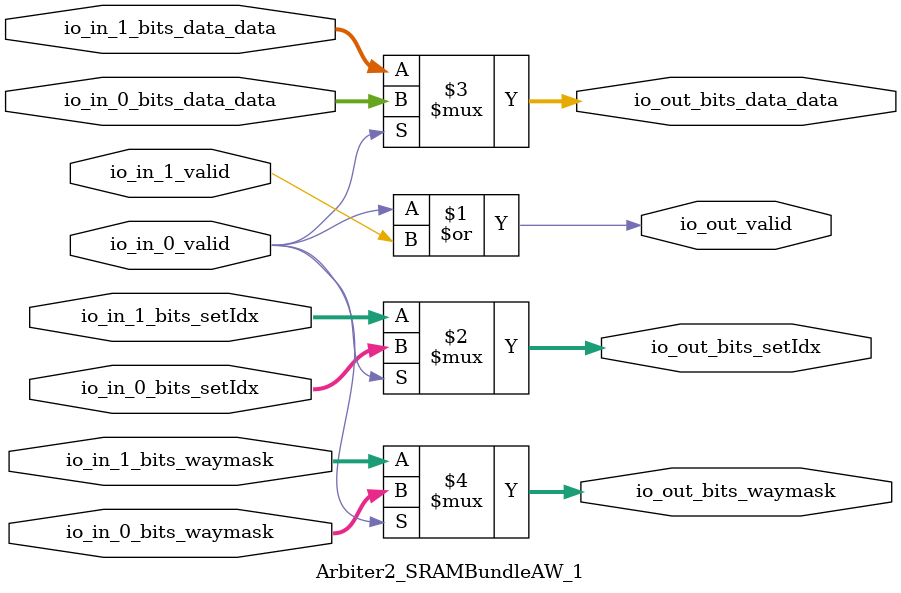
<source format=sv>
`ifndef RANDOMIZE
  `ifdef RANDOMIZE_MEM_INIT
    `define RANDOMIZE
  `endif // RANDOMIZE_MEM_INIT
`endif // not def RANDOMIZE
`ifndef RANDOMIZE
  `ifdef RANDOMIZE_REG_INIT
    `define RANDOMIZE
  `endif // RANDOMIZE_REG_INIT
`endif // not def RANDOMIZE

`ifndef RANDOM
  `define RANDOM $random
`endif // not def RANDOM

// Users can define INIT_RANDOM as general code that gets injected into the
// initializer block for modules with registers.
`ifndef INIT_RANDOM
  `define INIT_RANDOM
`endif // not def INIT_RANDOM

// If using random initialization, you can also define RANDOMIZE_DELAY to
// customize the delay used, otherwise 0.002 is used.
`ifndef RANDOMIZE_DELAY
  `define RANDOMIZE_DELAY 0.002
`endif // not def RANDOMIZE_DELAY

// Define INIT_RANDOM_PROLOG_ for use in our modules below.
`ifndef INIT_RANDOM_PROLOG_
  `ifdef RANDOMIZE
    `ifdef VERILATOR
      `define INIT_RANDOM_PROLOG_ `INIT_RANDOM
    `else  // VERILATOR
      `define INIT_RANDOM_PROLOG_ `INIT_RANDOM #`RANDOMIZE_DELAY begin end
    `endif // VERILATOR
  `else  // RANDOMIZE
    `define INIT_RANDOM_PROLOG_
  `endif // RANDOMIZE
`endif // not def INIT_RANDOM_PROLOG_

// Include register initializers in init blocks unless synthesis is set
`ifndef SYNTHESIS
  `ifndef ENABLE_INITIAL_REG_
    `define ENABLE_INITIAL_REG_
  `endif // not def ENABLE_INITIAL_REG_
`endif // not def SYNTHESIS

// Include rmemory initializers in init blocks unless synthesis is set
`ifndef SYNTHESIS
  `ifndef ENABLE_INITIAL_MEM_
    `define ENABLE_INITIAL_MEM_
  `endif // not def ENABLE_INITIAL_MEM_
`endif // not def SYNTHESIS

// Standard header to adapt well known macros for prints and assertions.

// Users can define 'ASSERT_VERBOSE_COND' to add an extra gate to assert error printing.
`ifndef ASSERT_VERBOSE_COND_
  `ifdef ASSERT_VERBOSE_COND
    `define ASSERT_VERBOSE_COND_ (`ASSERT_VERBOSE_COND)
  `else  // ASSERT_VERBOSE_COND
    `define ASSERT_VERBOSE_COND_ 1
  `endif // ASSERT_VERBOSE_COND
`endif // not def ASSERT_VERBOSE_COND_

// Users can define 'STOP_COND' to add an extra gate to stop conditions.
`ifndef STOP_COND_
  `ifdef STOP_COND
    `define STOP_COND_ (`STOP_COND)
  `else  // STOP_COND
    `define STOP_COND_ 1
  `endif // STOP_COND
`endif // not def STOP_COND_

module Arbiter2_SRAMBundleAW_1(	// src/main/scala/chisel3/util/Arbiter.scala:133:7
  input         io_in_0_valid,	// src/main/scala/chisel3/util/Arbiter.scala:140:14
  input  [9:0]  io_in_0_bits_setIdx,	// src/main/scala/chisel3/util/Arbiter.scala:140:14
  input  [63:0] io_in_0_bits_data_data,	// src/main/scala/chisel3/util/Arbiter.scala:140:14
  input  [3:0]  io_in_0_bits_waymask,	// src/main/scala/chisel3/util/Arbiter.scala:140:14
  input         io_in_1_valid,	// src/main/scala/chisel3/util/Arbiter.scala:140:14
  input  [9:0]  io_in_1_bits_setIdx,	// src/main/scala/chisel3/util/Arbiter.scala:140:14
  input  [63:0] io_in_1_bits_data_data,	// src/main/scala/chisel3/util/Arbiter.scala:140:14
  input  [3:0]  io_in_1_bits_waymask,	// src/main/scala/chisel3/util/Arbiter.scala:140:14
  output        io_out_valid,	// src/main/scala/chisel3/util/Arbiter.scala:140:14
  output [9:0]  io_out_bits_setIdx,	// src/main/scala/chisel3/util/Arbiter.scala:140:14
  output [63:0] io_out_bits_data_data,	// src/main/scala/chisel3/util/Arbiter.scala:140:14
  output [3:0]  io_out_bits_waymask	// src/main/scala/chisel3/util/Arbiter.scala:140:14
);

  assign io_out_valid = io_in_0_valid | io_in_1_valid;	// src/main/scala/chisel3/util/Arbiter.scala:133:7, :154:31
  assign io_out_bits_setIdx = io_in_0_valid ? io_in_0_bits_setIdx : io_in_1_bits_setIdx;	// src/main/scala/chisel3/util/Arbiter.scala:133:7, :143:15, :145:26, :147:19
  assign io_out_bits_data_data =
    io_in_0_valid ? io_in_0_bits_data_data : io_in_1_bits_data_data;	// src/main/scala/chisel3/util/Arbiter.scala:133:7, :143:15, :145:26, :147:19
  assign io_out_bits_waymask =
    io_in_0_valid ? io_in_0_bits_waymask : io_in_1_bits_waymask;	// src/main/scala/chisel3/util/Arbiter.scala:133:7, :143:15, :145:26, :147:19
endmodule


</source>
